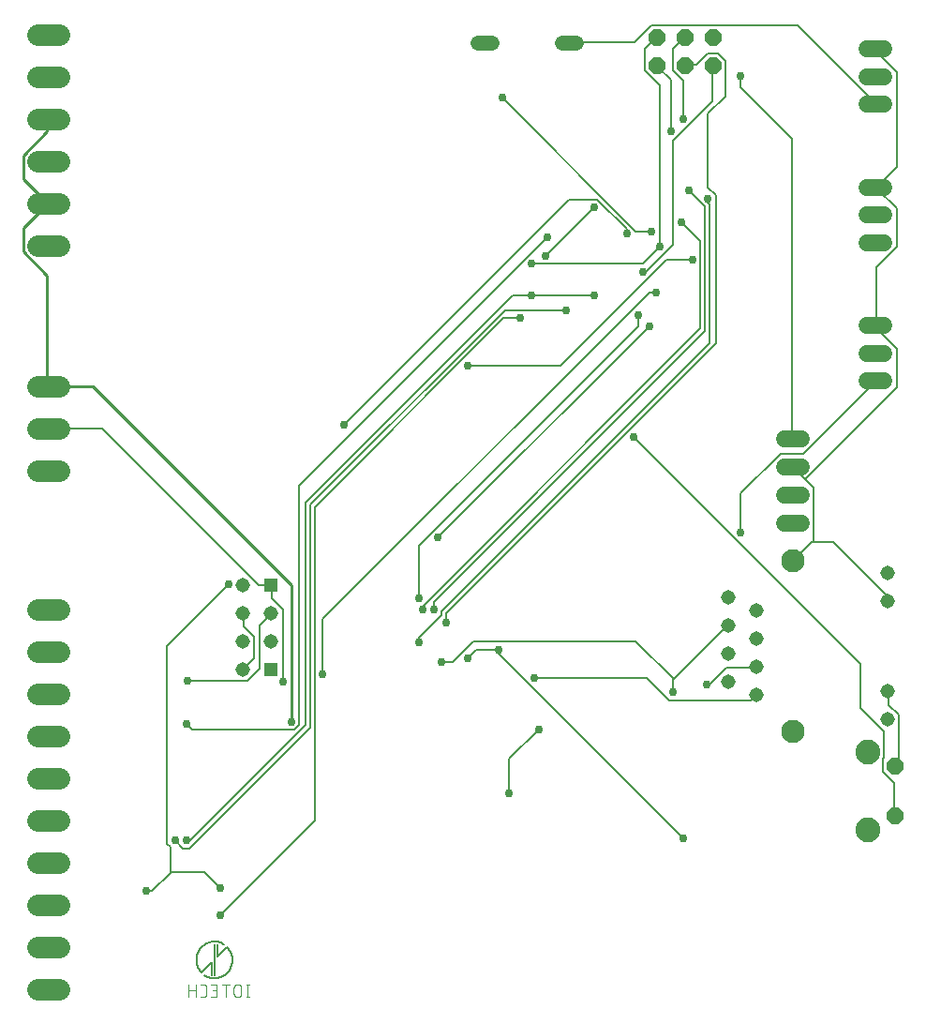
<source format=gbr>
G04 EAGLE Gerber RS-274X export*
G75*
%MOMM*%
%FSLAX34Y34*%
%LPD*%
%INBottom Copper*%
%IPPOS*%
%AMOC8*
5,1,8,0,0,1.08239X$1,22.5*%
G01*
%ADD10R,1.308000X1.308000*%
%ADD11C,1.308000*%
%ADD12C,2.100000*%
%ADD13C,1.524000*%
%ADD14C,0.127000*%
%ADD15C,0.101600*%
%ADD16P,1.649562X8X112.500000*%
%ADD17C,2.247900*%
%ADD18P,1.632244X8X22.500000*%
%ADD19C,1.320800*%
%ADD20C,1.905000*%
%ADD21C,0.254000*%
%ADD22C,0.756400*%
%ADD23C,0.203200*%


D10*
X251125Y418250D03*
X251125Y342050D03*
D11*
X251125Y392850D03*
X251125Y367450D03*
X225725Y367450D03*
X225725Y392850D03*
X225725Y418250D03*
X225725Y342050D03*
D12*
X722700Y285750D03*
X722700Y440650D03*
D11*
X808400Y429450D03*
X808400Y404050D03*
X808400Y322350D03*
X808400Y296950D03*
X664300Y407600D03*
X664300Y382200D03*
X664300Y356800D03*
X664300Y331400D03*
X689700Y395000D03*
X689700Y369600D03*
X689700Y344200D03*
X689700Y318800D03*
D13*
X714880Y550600D02*
X730120Y550600D01*
X730120Y525200D02*
X714880Y525200D01*
X714880Y499800D02*
X730120Y499800D01*
X730120Y474400D02*
X714880Y474400D01*
D14*
X200000Y93970D02*
X200000Y66030D01*
X197460Y66030D02*
X197460Y77460D01*
X188570Y68570D01*
X202540Y82540D02*
X211430Y91430D01*
X202540Y93970D02*
X202540Y82540D01*
X208890Y93971D02*
X208551Y94180D01*
X208207Y94381D01*
X207858Y94574D01*
X207505Y94758D01*
X207147Y94933D01*
X206785Y95100D01*
X206419Y95258D01*
X206049Y95407D01*
X205676Y95546D01*
X205299Y95677D01*
X204920Y95798D01*
X204537Y95911D01*
X204152Y96013D01*
X203765Y96107D01*
X203375Y96191D01*
X202984Y96265D01*
X202591Y96330D01*
X202196Y96385D01*
X201800Y96431D01*
X201403Y96467D01*
X201005Y96493D01*
X200607Y96510D01*
X200209Y96517D01*
X199810Y96514D01*
X199412Y96501D01*
X199014Y96479D01*
X198617Y96447D01*
X198220Y96406D01*
X197825Y96355D01*
X197431Y96294D01*
X197039Y96224D01*
X196649Y96144D01*
X196260Y96054D01*
X195874Y95955D01*
X195491Y95847D01*
X195110Y95730D01*
X194732Y95603D01*
X194357Y95467D01*
X193986Y95322D01*
X193618Y95168D01*
X193255Y95005D01*
X192895Y94833D01*
X192540Y94653D01*
X192189Y94464D01*
X191843Y94267D01*
X191501Y94061D01*
X191165Y93847D01*
X190835Y93624D01*
X190509Y93394D01*
X190190Y93156D01*
X189876Y92910D01*
X189568Y92657D01*
X189267Y92396D01*
X188972Y92128D01*
X188684Y91853D01*
X188402Y91571D01*
X188128Y91282D01*
X187860Y90986D01*
X187600Y90684D01*
X187347Y90376D01*
X187102Y90062D01*
X186865Y89742D01*
X186635Y89416D01*
X186414Y89085D01*
X186200Y88748D01*
X185995Y88407D01*
X185798Y88060D01*
X185610Y87709D01*
X185430Y87353D01*
X185259Y86993D01*
X185097Y86629D01*
X184944Y86261D01*
X184800Y85890D01*
X184665Y85515D01*
X184539Y85137D01*
X184422Y84756D01*
X184315Y84372D01*
X184217Y83985D01*
X184128Y83597D01*
X184049Y83206D01*
X183979Y82814D01*
X183920Y82420D01*
X183869Y82025D01*
X183828Y81628D01*
X183797Y81231D01*
X183776Y80833D01*
X183764Y80435D01*
X183762Y80036D01*
X183770Y79638D01*
X183788Y79239D01*
X183815Y78842D01*
X183852Y78445D01*
X183898Y78049D01*
X183954Y77655D01*
X184020Y77261D01*
X184095Y76870D01*
X184180Y76481D01*
X184274Y76093D01*
X184378Y75709D01*
X184491Y75326D01*
X184613Y74947D01*
X184744Y74571D01*
X184885Y74198D01*
X185035Y73829D01*
X185193Y73463D01*
X185361Y73101D01*
X185537Y72744D01*
X185722Y72391D01*
X185915Y72042D01*
X186117Y71699D01*
X186327Y71360D01*
X186545Y71027D01*
X186771Y70699D01*
X187006Y70376D01*
X187248Y70060D01*
X187497Y69749D01*
X187755Y69445D01*
X188019Y69146D01*
X188291Y68855D01*
X188570Y68570D01*
X191110Y66029D02*
X191449Y65820D01*
X191793Y65619D01*
X192142Y65426D01*
X192495Y65242D01*
X192853Y65067D01*
X193215Y64900D01*
X193581Y64742D01*
X193951Y64593D01*
X194324Y64454D01*
X194701Y64323D01*
X195080Y64202D01*
X195463Y64089D01*
X195848Y63987D01*
X196235Y63893D01*
X196625Y63809D01*
X197016Y63735D01*
X197409Y63670D01*
X197804Y63615D01*
X198200Y63569D01*
X198597Y63533D01*
X198995Y63507D01*
X199393Y63490D01*
X199791Y63483D01*
X200190Y63486D01*
X200588Y63499D01*
X200986Y63521D01*
X201383Y63553D01*
X201780Y63594D01*
X202175Y63645D01*
X202569Y63706D01*
X202961Y63776D01*
X203351Y63856D01*
X203740Y63946D01*
X204126Y64045D01*
X204509Y64153D01*
X204890Y64270D01*
X205268Y64397D01*
X205643Y64533D01*
X206014Y64678D01*
X206382Y64832D01*
X206745Y64995D01*
X207105Y65167D01*
X207460Y65347D01*
X207811Y65536D01*
X208157Y65733D01*
X208499Y65939D01*
X208835Y66153D01*
X209165Y66376D01*
X209491Y66606D01*
X209810Y66844D01*
X210124Y67090D01*
X210432Y67343D01*
X210733Y67604D01*
X211028Y67872D01*
X211316Y68147D01*
X211598Y68429D01*
X211872Y68718D01*
X212140Y69014D01*
X212400Y69316D01*
X212653Y69624D01*
X212898Y69938D01*
X213135Y70258D01*
X213365Y70584D01*
X213586Y70915D01*
X213800Y71252D01*
X214005Y71593D01*
X214202Y71940D01*
X214390Y72291D01*
X214570Y72647D01*
X214741Y73007D01*
X214903Y73371D01*
X215056Y73739D01*
X215200Y74110D01*
X215335Y74485D01*
X215461Y74863D01*
X215578Y75244D01*
X215685Y75628D01*
X215783Y76015D01*
X215872Y76403D01*
X215951Y76794D01*
X216021Y77186D01*
X216080Y77580D01*
X216131Y77975D01*
X216172Y78372D01*
X216203Y78769D01*
X216224Y79167D01*
X216236Y79565D01*
X216238Y79964D01*
X216230Y80362D01*
X216212Y80761D01*
X216185Y81158D01*
X216148Y81555D01*
X216102Y81951D01*
X216046Y82345D01*
X215980Y82739D01*
X215905Y83130D01*
X215820Y83519D01*
X215726Y83907D01*
X215622Y84291D01*
X215509Y84674D01*
X215387Y85053D01*
X215256Y85429D01*
X215115Y85802D01*
X214965Y86171D01*
X214807Y86537D01*
X214639Y86899D01*
X214463Y87256D01*
X214278Y87609D01*
X214085Y87958D01*
X213883Y88301D01*
X213673Y88640D01*
X213455Y88973D01*
X213229Y89301D01*
X212994Y89624D01*
X212752Y89940D01*
X212503Y90251D01*
X212245Y90555D01*
X211981Y90854D01*
X211709Y91145D01*
X211430Y91430D01*
D15*
X229944Y57902D02*
X229944Y46218D01*
X231242Y46218D02*
X228646Y46218D01*
X228646Y57902D02*
X231242Y57902D01*
X224045Y54656D02*
X224045Y49464D01*
X224046Y54656D02*
X224044Y54769D01*
X224038Y54882D01*
X224028Y54995D01*
X224014Y55108D01*
X223997Y55220D01*
X223975Y55331D01*
X223950Y55441D01*
X223920Y55551D01*
X223887Y55659D01*
X223850Y55766D01*
X223810Y55872D01*
X223765Y55976D01*
X223717Y56079D01*
X223666Y56180D01*
X223611Y56279D01*
X223553Y56376D01*
X223491Y56471D01*
X223426Y56564D01*
X223358Y56654D01*
X223287Y56742D01*
X223212Y56828D01*
X223135Y56911D01*
X223055Y56991D01*
X222972Y57068D01*
X222886Y57143D01*
X222798Y57214D01*
X222708Y57282D01*
X222615Y57347D01*
X222520Y57409D01*
X222423Y57467D01*
X222324Y57522D01*
X222223Y57573D01*
X222120Y57621D01*
X222016Y57666D01*
X221910Y57706D01*
X221803Y57743D01*
X221695Y57776D01*
X221585Y57806D01*
X221475Y57831D01*
X221364Y57853D01*
X221252Y57870D01*
X221139Y57884D01*
X221026Y57894D01*
X220913Y57900D01*
X220800Y57902D01*
X220687Y57900D01*
X220574Y57894D01*
X220461Y57884D01*
X220348Y57870D01*
X220236Y57853D01*
X220125Y57831D01*
X220015Y57806D01*
X219905Y57776D01*
X219797Y57743D01*
X219690Y57706D01*
X219584Y57666D01*
X219480Y57621D01*
X219377Y57573D01*
X219276Y57522D01*
X219177Y57467D01*
X219080Y57409D01*
X218985Y57347D01*
X218892Y57282D01*
X218802Y57214D01*
X218714Y57143D01*
X218628Y57068D01*
X218545Y56991D01*
X218465Y56911D01*
X218388Y56828D01*
X218313Y56742D01*
X218242Y56654D01*
X218174Y56564D01*
X218109Y56471D01*
X218047Y56376D01*
X217989Y56279D01*
X217934Y56180D01*
X217883Y56079D01*
X217835Y55976D01*
X217790Y55872D01*
X217750Y55766D01*
X217713Y55659D01*
X217680Y55551D01*
X217650Y55441D01*
X217625Y55331D01*
X217603Y55220D01*
X217586Y55108D01*
X217572Y54995D01*
X217562Y54882D01*
X217556Y54769D01*
X217554Y54656D01*
X217554Y49464D01*
X217556Y49351D01*
X217562Y49238D01*
X217572Y49125D01*
X217586Y49012D01*
X217603Y48900D01*
X217625Y48789D01*
X217650Y48679D01*
X217680Y48569D01*
X217713Y48461D01*
X217750Y48354D01*
X217790Y48248D01*
X217835Y48144D01*
X217883Y48041D01*
X217934Y47940D01*
X217989Y47841D01*
X218047Y47744D01*
X218109Y47649D01*
X218174Y47556D01*
X218242Y47466D01*
X218313Y47378D01*
X218388Y47292D01*
X218465Y47209D01*
X218545Y47129D01*
X218628Y47052D01*
X218714Y46977D01*
X218802Y46906D01*
X218892Y46838D01*
X218985Y46773D01*
X219080Y46711D01*
X219177Y46653D01*
X219276Y46598D01*
X219377Y46547D01*
X219480Y46499D01*
X219584Y46454D01*
X219690Y46414D01*
X219797Y46377D01*
X219905Y46344D01*
X220015Y46314D01*
X220125Y46289D01*
X220236Y46267D01*
X220348Y46250D01*
X220461Y46236D01*
X220574Y46226D01*
X220687Y46220D01*
X220800Y46218D01*
X220913Y46220D01*
X221026Y46226D01*
X221139Y46236D01*
X221252Y46250D01*
X221364Y46267D01*
X221475Y46289D01*
X221585Y46314D01*
X221695Y46344D01*
X221803Y46377D01*
X221910Y46414D01*
X222016Y46454D01*
X222120Y46499D01*
X222223Y46547D01*
X222324Y46598D01*
X222423Y46653D01*
X222520Y46711D01*
X222615Y46773D01*
X222708Y46838D01*
X222798Y46906D01*
X222886Y46977D01*
X222972Y47052D01*
X223055Y47129D01*
X223135Y47209D01*
X223212Y47292D01*
X223287Y47378D01*
X223358Y47466D01*
X223426Y47556D01*
X223491Y47649D01*
X223553Y47744D01*
X223611Y47841D01*
X223666Y47940D01*
X223717Y48041D01*
X223765Y48144D01*
X223810Y48248D01*
X223850Y48354D01*
X223887Y48461D01*
X223920Y48569D01*
X223950Y48679D01*
X223975Y48789D01*
X223997Y48900D01*
X224014Y49012D01*
X224028Y49125D01*
X224038Y49238D01*
X224044Y49351D01*
X224046Y49464D01*
X210132Y46218D02*
X210132Y57902D01*
X213377Y57902D02*
X206886Y57902D01*
X202306Y46218D02*
X197113Y46218D01*
X202306Y46218D02*
X202306Y57902D01*
X197113Y57902D01*
X198411Y52709D02*
X202306Y52709D01*
X190240Y46218D02*
X187644Y46218D01*
X190240Y46218D02*
X190339Y46220D01*
X190439Y46226D01*
X190538Y46235D01*
X190636Y46248D01*
X190734Y46265D01*
X190832Y46286D01*
X190928Y46311D01*
X191023Y46339D01*
X191117Y46371D01*
X191210Y46406D01*
X191302Y46445D01*
X191392Y46488D01*
X191480Y46533D01*
X191567Y46583D01*
X191651Y46635D01*
X191734Y46691D01*
X191814Y46749D01*
X191892Y46811D01*
X191967Y46876D01*
X192040Y46944D01*
X192110Y47014D01*
X192178Y47087D01*
X192243Y47162D01*
X192305Y47240D01*
X192363Y47320D01*
X192419Y47403D01*
X192471Y47487D01*
X192521Y47574D01*
X192566Y47662D01*
X192609Y47752D01*
X192648Y47844D01*
X192683Y47937D01*
X192715Y48031D01*
X192743Y48126D01*
X192768Y48222D01*
X192789Y48320D01*
X192806Y48418D01*
X192819Y48516D01*
X192828Y48615D01*
X192834Y48715D01*
X192836Y48814D01*
X192837Y48814D02*
X192837Y55306D01*
X192836Y55306D02*
X192834Y55405D01*
X192828Y55505D01*
X192819Y55604D01*
X192806Y55702D01*
X192789Y55800D01*
X192768Y55898D01*
X192743Y55994D01*
X192715Y56089D01*
X192683Y56183D01*
X192648Y56276D01*
X192609Y56368D01*
X192566Y56458D01*
X192521Y56546D01*
X192471Y56633D01*
X192419Y56717D01*
X192363Y56800D01*
X192305Y56880D01*
X192243Y56958D01*
X192178Y57033D01*
X192110Y57106D01*
X192040Y57176D01*
X191967Y57244D01*
X191892Y57309D01*
X191814Y57371D01*
X191734Y57429D01*
X191651Y57485D01*
X191567Y57537D01*
X191480Y57587D01*
X191392Y57632D01*
X191302Y57675D01*
X191210Y57714D01*
X191117Y57749D01*
X191023Y57781D01*
X190928Y57809D01*
X190832Y57834D01*
X190734Y57855D01*
X190636Y57872D01*
X190538Y57885D01*
X190439Y57894D01*
X190339Y57900D01*
X190240Y57902D01*
X187644Y57902D01*
X182897Y57902D02*
X182897Y46218D01*
X182897Y52709D02*
X176406Y52709D01*
X176406Y57902D02*
X176406Y46218D01*
D16*
X814946Y209894D03*
X814946Y255106D03*
D17*
X790054Y197448D03*
X790054Y267552D03*
D13*
X789880Y652500D02*
X805120Y652500D01*
X805120Y627500D02*
X789880Y627500D01*
X789880Y602500D02*
X805120Y602500D01*
X805120Y777500D02*
X789880Y777500D01*
X789880Y752500D02*
X805120Y752500D01*
X805120Y727500D02*
X789880Y727500D01*
X789880Y902500D02*
X805120Y902500D01*
X805120Y877500D02*
X789880Y877500D01*
X789880Y852500D02*
X805120Y852500D01*
D18*
X599600Y887300D03*
X599600Y912700D03*
X625000Y887300D03*
X625000Y912700D03*
X650400Y887300D03*
X650400Y912700D03*
D19*
X527204Y907500D02*
X513996Y907500D01*
X451004Y907500D02*
X437796Y907500D01*
D20*
X59525Y396450D02*
X40475Y396450D01*
X40475Y358350D02*
X59525Y358350D01*
X59525Y320250D02*
X40475Y320250D01*
X40475Y282150D02*
X59525Y282150D01*
X59525Y244050D02*
X40475Y244050D01*
X40475Y205950D02*
X59525Y205950D01*
X59525Y167850D02*
X40475Y167850D01*
X40475Y129750D02*
X59525Y129750D01*
X59525Y91650D02*
X40475Y91650D01*
X40475Y53550D02*
X59525Y53550D01*
X59525Y915250D02*
X40475Y915250D01*
X40475Y877150D02*
X59525Y877150D01*
X59525Y839050D02*
X40475Y839050D01*
X40475Y800950D02*
X59525Y800950D01*
X59525Y762850D02*
X40475Y762850D01*
X40475Y724750D02*
X59525Y724750D01*
X59525Y598100D02*
X40475Y598100D01*
X40475Y560000D02*
X59525Y560000D01*
X59525Y521900D02*
X40475Y521900D01*
D21*
X48984Y599034D02*
X48984Y698022D01*
X27554Y719453D01*
X27554Y740883D01*
X48984Y762314D01*
X48984Y599034D02*
X50000Y598100D01*
X48984Y762314D02*
X50000Y762850D01*
X48984Y827626D02*
X48984Y838851D01*
X48984Y827626D02*
X27554Y806195D01*
X27554Y784765D01*
X48984Y763334D01*
X48984Y838851D02*
X50000Y839050D01*
X48984Y763334D02*
X50000Y762850D01*
X269412Y418405D02*
X269412Y294925D01*
X269412Y418405D02*
X89804Y598013D01*
X51025Y598013D01*
X50000Y598100D01*
D22*
X269412Y294925D03*
D23*
X251043Y418405D02*
X239818Y418405D01*
X98989Y559234D01*
X50005Y559234D01*
X251043Y418405D02*
X251125Y418250D01*
X50005Y559234D02*
X50000Y560000D01*
X809257Y321458D02*
X809257Y310232D01*
X818441Y301048D01*
X818441Y258187D01*
X815380Y255125D01*
X809257Y321458D02*
X808400Y322350D01*
X814946Y255106D02*
X815380Y255125D01*
X466369Y261248D02*
X466369Y230633D01*
X466369Y261248D02*
X492902Y287781D01*
X798031Y653120D02*
X798031Y705166D01*
X816400Y723535D01*
X816400Y758232D01*
X798031Y776601D01*
X798031Y653120D02*
X797500Y652500D01*
X798031Y776601D02*
X797500Y777500D01*
X798031Y900081D02*
X798031Y902122D01*
X798031Y900081D02*
X816400Y881712D01*
X816400Y795990D01*
X798031Y777621D01*
X798031Y902122D02*
X797500Y902500D01*
X798031Y777621D02*
X797500Y777500D01*
X733229Y513822D02*
X740883Y506168D01*
X733229Y513822D02*
X722514Y524537D01*
X740883Y506168D02*
X740883Y458205D01*
X740373Y457694D02*
X723535Y440856D01*
X740373Y457694D02*
X740883Y458205D01*
X722514Y524537D02*
X722500Y525200D01*
X723535Y440856D02*
X722700Y440650D01*
X798031Y650059D02*
X798031Y652100D01*
X798031Y650059D02*
X816400Y631690D01*
X816400Y596993D01*
X733229Y513822D01*
X798031Y652100D02*
X797500Y652500D01*
X808236Y408200D02*
X808236Y404118D01*
X808236Y408200D02*
X759252Y457184D01*
X740883Y457184D01*
X808236Y404118D02*
X808400Y404050D01*
X740883Y457184D02*
X740373Y457694D01*
X252064Y417385D02*
X252064Y406159D01*
X262269Y395954D01*
X262269Y330642D01*
X252064Y417385D02*
X251125Y418250D01*
D22*
X466369Y230633D03*
X492902Y287781D03*
X262269Y330642D03*
D23*
X623526Y838851D02*
X623526Y873548D01*
X614341Y882733D01*
X614341Y902122D01*
X624546Y912327D01*
X625000Y912700D01*
X397995Y403098D02*
X397995Y395954D01*
X397995Y403098D02*
X642915Y648018D01*
X642915Y760273D01*
X628628Y774560D01*
D22*
X623526Y838851D03*
X397995Y395954D03*
X628628Y774560D03*
D23*
X501066Y732719D02*
X276556Y508209D01*
X276556Y291863D01*
X272474Y287781D01*
X179608Y287781D01*
X174506Y292884D01*
D22*
X501066Y732719D03*
X174506Y292884D03*
D23*
X582706Y652100D02*
X582706Y662305D01*
X582706Y652100D02*
X384729Y454123D01*
X384729Y406159D01*
D22*
X582706Y662305D03*
X384729Y406159D03*
D23*
X402077Y461266D02*
X592911Y652100D01*
D22*
X592911Y652100D03*
X402077Y461266D03*
D23*
X592911Y682715D02*
X599034Y682715D01*
X592911Y682715D02*
X297986Y387790D01*
X297986Y337786D01*
D22*
X599034Y682715D03*
X297986Y337786D03*
D23*
X608218Y712309D02*
X631690Y712309D01*
X608218Y712309D02*
X512291Y616382D01*
X428610Y616382D01*
D22*
X631690Y712309D03*
X428610Y616382D03*
D23*
X625567Y887835D02*
X635772Y887835D01*
X645977Y898040D01*
X655161Y898040D01*
X661284Y891917D01*
X661284Y859261D01*
X645977Y843954D01*
X645977Y777621D01*
X653120Y770478D01*
X653120Y636792D01*
X409221Y392893D01*
X409221Y384729D01*
X625000Y887300D02*
X625567Y887835D01*
D22*
X409221Y384729D03*
D23*
X612300Y827626D02*
X612300Y874569D01*
X600054Y886815D01*
X599600Y887300D01*
X387790Y399016D02*
X387790Y395954D01*
X387790Y399016D02*
X638833Y650059D01*
X638833Y728637D01*
X621485Y745986D01*
D22*
X612300Y827626D03*
X387790Y395954D03*
X621485Y745986D03*
D23*
X645977Y763334D02*
X645977Y767416D01*
X645977Y763334D02*
X646997Y762314D01*
X646997Y636792D01*
X405139Y394934D01*
X405139Y390852D01*
X384729Y370442D01*
X384729Y366360D01*
D22*
X645977Y767416D03*
X384729Y366360D03*
D23*
X580665Y737822D02*
X594952Y737822D01*
X580665Y737822D02*
X460246Y858241D01*
D22*
X594952Y737822D03*
X460246Y858241D03*
D23*
X462287Y666387D02*
X517394Y666387D01*
X462287Y666387D02*
X286761Y490861D01*
X286761Y289822D01*
X177567Y180629D01*
X171444Y180629D01*
X164301Y187772D01*
D22*
X517394Y666387D03*
X164301Y187772D03*
D23*
X521476Y908245D02*
X579644Y908245D01*
X594952Y923553D01*
X726596Y923553D01*
X797011Y853138D01*
X521476Y908245D02*
X520600Y907500D01*
X797011Y853138D02*
X797500Y852500D01*
X457184Y360237D02*
X436774Y360237D01*
X428610Y352073D01*
X457184Y356155D02*
X623526Y189813D01*
X457184Y356155D02*
X457184Y360237D01*
X226551Y380647D02*
X226551Y391872D01*
X226551Y380647D02*
X235736Y371462D01*
X235736Y352073D01*
X226551Y342888D01*
X226551Y391872D02*
X225725Y392850D01*
X226551Y342888D02*
X225725Y342050D01*
X731699Y536783D02*
X797011Y602095D01*
X731699Y536783D02*
X711289Y536783D01*
X675571Y501066D01*
X675571Y465348D01*
X797011Y602095D02*
X797500Y602500D01*
D22*
X457184Y360237D03*
X428610Y352073D03*
X623526Y189813D03*
X675571Y465348D03*
D23*
X590870Y334724D02*
X488820Y334724D01*
X590870Y334724D02*
X611280Y314314D01*
X684756Y314314D01*
X688838Y318396D01*
X689700Y318800D01*
D22*
X488820Y334724D03*
D23*
X614341Y332683D02*
X614341Y321458D01*
X614851Y333193D02*
X663325Y381667D01*
X614851Y333193D02*
X614341Y332683D01*
X663325Y381667D02*
X664300Y382200D01*
X415344Y349011D02*
X405139Y349011D01*
X415344Y349011D02*
X433713Y367380D01*
X580665Y367380D01*
X614851Y333193D01*
D22*
X614341Y321458D03*
X405139Y349011D03*
D23*
X644956Y328601D02*
X646997Y328601D01*
X662305Y343909D01*
X688838Y343909D01*
X689700Y344200D01*
D22*
X644956Y328601D03*
D23*
X589849Y701084D02*
X586788Y701084D01*
X589849Y701084D02*
X614341Y725576D01*
X614341Y819462D01*
X650059Y855179D01*
X650059Y886815D01*
X650400Y887300D01*
X814359Y239818D02*
X814359Y210223D01*
X814359Y239818D02*
X804154Y250023D01*
X804154Y261248D01*
X805175Y262269D01*
X805175Y285740D01*
X783744Y307171D01*
X783744Y346970D01*
X578624Y552091D01*
X814359Y210223D02*
X814946Y209894D01*
D22*
X586788Y701084D03*
X578624Y552091D03*
D23*
X143891Y141850D02*
X138788Y141850D01*
X160729Y158688D02*
X161239Y159198D01*
X160729Y158688D02*
X143891Y141850D01*
X161239Y159198D02*
X190834Y159198D01*
X205121Y144911D01*
X160219Y159198D02*
X160219Y181649D01*
X157157Y184711D01*
X157157Y363298D01*
X213285Y419426D01*
X160219Y159198D02*
X160729Y158688D01*
D22*
X138788Y141850D03*
X205121Y144911D03*
X213285Y419426D03*
D23*
X486779Y679653D02*
X542906Y679653D01*
X178588Y187772D02*
X174506Y187772D01*
X178588Y187772D02*
X282679Y291863D01*
X282679Y492902D01*
X469430Y679653D01*
X486779Y679653D01*
D22*
X486779Y679653D03*
X542906Y679653D03*
X174506Y187772D03*
D23*
X675571Y867425D02*
X675571Y877630D01*
X675571Y867425D02*
X721494Y821503D01*
X721494Y551070D01*
X722500Y550600D01*
D22*
X675571Y877630D03*
D23*
X542906Y759252D02*
X499025Y715371D01*
X476574Y659243D02*
X461266Y659243D01*
X290843Y488820D01*
X290843Y206141D01*
X205121Y120419D01*
D22*
X542906Y759252D03*
X499025Y715371D03*
X476574Y659243D03*
X205121Y120419D03*
D23*
X572501Y735781D02*
X572501Y739863D01*
X545968Y766396D01*
X520455Y766396D01*
X317376Y563316D01*
D22*
X572501Y735781D03*
X317376Y563316D03*
D23*
X602095Y723535D02*
X602095Y869466D01*
X588829Y882733D01*
X588829Y902122D01*
X599034Y912327D01*
X599600Y912700D01*
X586788Y708227D02*
X486779Y708227D01*
X586788Y708227D02*
X602095Y723535D01*
D22*
X602095Y723535D03*
X486779Y708227D03*
D23*
X229613Y331663D02*
X175526Y331663D01*
X229613Y331663D02*
X240838Y342888D01*
X240838Y381667D01*
X251043Y391872D01*
X251125Y392850D01*
D22*
X175526Y331663D03*
M02*

</source>
